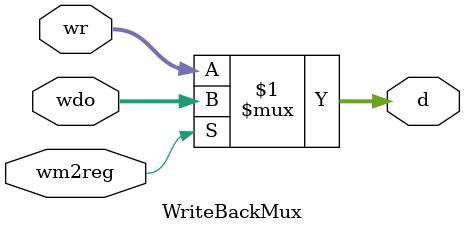
<source format=v>
`timescale 1ns / 1ps

module PC(
    input clk, rst,
    input [31:0] PCaddress,
    output reg [31:0] oldPC
    );
    reg [31:0] newPC;

    always@(posedge clk) begin
        if (rst) begin
            newPC =  PCaddress;
            oldPC = newPC;
        end
        else begin
            newPC = newPC + 4;
            oldPC = newPC;
        end
    end
endmodule

module IFID(
    input clk, 
    input [31:0] do,
    output reg [5:0] op, 
    output reg [5:0] func,
    output reg [4:0] rd, rs, rt,
    output reg [15:0] imm
    );

    always@(posedge clk) begin
        op = do [31:26];
        func = do [5:0];
        rs = do [25:21];
        rt = do [20:16];
        rd = do [15:11];
        imm = do [15:0];
    end
endmodule

module IDEXE(
    input clk,wreg, m2reg, wmem,aluimm,
    input [3:0] aluc,
    input [31:0] qa, qb,
    input [4:0] mux,
    input [31:0] extend,
    output reg ewreg, em2reg, ewmem, ealuimm,
    output reg [3:0] ealuc,
    output reg [31:0] eqa, eqb,
    output reg [4:0] emux,
    output reg [31:0] Extender
    );  

    always@(posedge clk) begin
        ewreg = wreg;
        em2reg = m2reg;
        ewmem = wmem;
        ealuimm = aluimm;
        emux = mux;
        ealuc = aluc;
        eqa = qa;
        eqb = qb;
        Extender = extend;
    end    
endmodule

module InstMem(
    input [31:0] a,
    output [31:0] do
    );

    reg [31:0] Inst_memory[0:127];
    initial begin 
    //initialize the first 10 words of the Data memory with the following HEX values.   
    Inst_memory[100]=32'h8D090000; //lw $t1, 0($t0);
    Inst_memory[104]=32'h8D0A0004; //lw $t2, 4($t0);
    Inst_memory[108]=32'h8D0B0008; //lw $t3, 8($t0);
    Inst_memory[112]=32'h8D0C000C; //lw $t4, 12($t0);
    Inst_memory[116]=32'h012E6820; //add $t5, $t1, $t6;(add $6, $2, $10);
    end
    
    assign do = Inst_memory[a];
    
endmodule

module CtrUnit(
    input [5:0] op, func,
    output reg wreg, m2reg, wmem, aluimm, regrt,
    output reg [3:0] aluc
    );

    always@(op,func) begin
        case(op)
            6'b100011: begin
                aluimm = 1;
                aluc = 4'b0010;
                wreg = 1;
                m2reg = 1;
                wmem = 0;
                regrt = 1;
            end
            6'b000000: begin
             //   if(func == 100000) begin
                    aluimm = 0;
                    aluc = 4'b0010;  //add
                    wreg = 1;
                    m2reg = 0;
                    wmem = 0;
                    regrt = 0;
            //    end
            end                
            default: begin           //ignor this time
                aluc = 4'b0000;
                aluimm = 0;
                wreg = 0;
                m2reg = 0;
                wmem = 0;
                regrt = 0;
            end
        endcase
    end
    
endmodule

module RegFile(
    input  we,
    input [4:0] rs, rt, wn,
    input [31:0] d,
    output reg [31:0] qa, qb
    );
    reg [31:0] registers [0:31];
    initial begin                   //initiallize register file
        registers[0] = 0;
        registers[1] = 0;
        registers[2] = 0;
        registers[3] = 0;
        registers[4] = 0;
        registers[5] = 0;
        registers[6] = 0;
        registers[7] = 0;  
        registers[8] = 0;
        registers[9] = 0;
        registers[10] = 0;
        registers[11] = 0;
        registers[12] = 0;
        registers[13] = 0;
        registers[14] = 0;
        registers[15] = 0;       
    end
    always@(rs, rt) begin
         qa = registers[rs];   //grab value from register file
         qb = registers[rt];
    end 
    /*write back*/
    always@(wn) begin
        if(we == 1) begin
            registers[wn] = d;
        end
    end
endmodule

module Extender(
    input [15:0] imm,
    output reg [31:0] long
    );

    always@(imm) begin
        if(imm[15] == 1) begin
            long[31:16] = 16'hffff;
            long[15:0] = imm;
        end
        else begin
            long[31:16] = 16'h0000;
            long[15:0] = imm;
        end
    end
endmodule

module CtrMux(
    input regrt,
    input [4:0] rd, rt,
    output [4:0] wn
    ); 

 assign wn = regrt?rt:rd;
endmodule

module ALUMux(
    input [31:0] qb,
    input [31:0] imm,
    input ealuimm,
    output [31:0] b
    );
    
    assign b = ealuimm?imm:qb;
endmodule    

module ALU(
    input [31:0] a,
    input [31:0] b,
    input [3:0] aluc,
    output reg [31:0] r
    );
    always@(a, b, aluc) begin
       case(aluc)
            4'b0010: begin
                 r = a + b;
            end
            default: begin           //ignor this time
                 r = 0;
            end
        endcase
    end
endmodule
    
module EXEMEM(
    input clk, ewreg, em2reg, ewmem, 
    input [4:0] mux,
    input [31:0] qb,
    input [31:0] r,
    output reg mwreg, mm2reg, mwmem,
    output reg [4:0] mmux,
    output reg [31:0] mqb,
    output reg [31:0] mr
    );
    
    always@(posedge clk) begin
        mwreg = ewreg;
        mm2reg = em2reg;
        mwmem = ewmem;
        mmux = mux;
        mqb = qb;
        mr = r;
    end
endmodule

module DataMem(
    input [31:0] a,
    input [31:0] di,
    input we,
    output reg [31:0] do
    );
    reg [31:0] Data_memory[0:127];
    initial begin
        Data_memory[0]=32'hA00000AA;
        Data_memory[1]=32'h10000011;
        Data_memory[2]=32'h20000022;
        Data_memory[3]=32'h30000033;
        Data_memory[4]=32'h40000044;
        Data_memory[5]=32'h50000055;
        Data_memory[6]=32'h60000066;
        Data_memory[7]=32'h70000077;
        Data_memory[8]=32'h80000088;
        Data_memory[9]=32'h90000099;
        Data_memory[10]=32'h00000000;
        Data_memory[11]=32'hb00000bb;
        Data_memory[12]=32'hc00000cc;
        Data_memory[13]=32'hd00000dd;
        Data_memory[14]=32'he00000ee;
        Data_memory[15]=32'hf00000ff;
        
    end
    always@(a, di) begin
        if( we == 0) begin
            do = Data_memory[a];
        end
    end
endmodule

module MEMWB(
    input clk, mwreg, mm2reg,
    input [4:0] mux,
    input [31:0] r, do,
    output reg wwreg, wm2reg,
    output reg [4:0] wmux,
    output reg [31:0] wr, wdo
    );
    always@(posedge clk) begin
        wwreg = mwreg;
        wm2reg = mm2reg;
        wmux = mux;
        wr = r;
        wdo =do;
    end
endmodule    

module WriteBackMux(
    input [31:0] wr, wdo,
    input wm2reg,
    output [31:0] d
    );
    assign d = wm2reg ? wdo : wr;
endmodule
</source>
